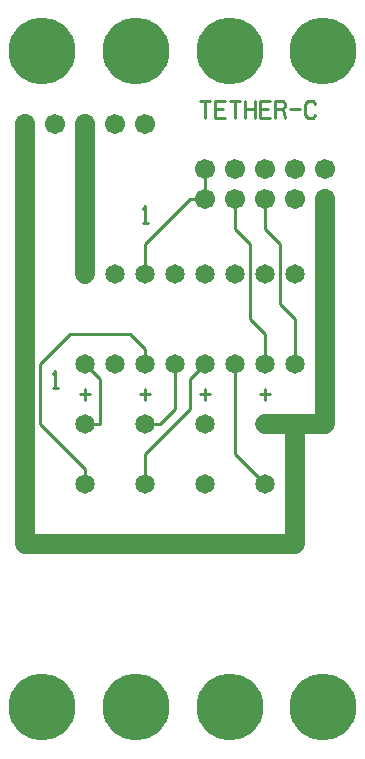
<source format=gtl>
%MOIN*%
%FSLAX25Y25*%
G04 D10 used for Character Trace; *
G04     Circle (OD=.01000) (No hole)*
G04 D11 used for Power Trace; *
G04     Circle (OD=.06700) (No hole)*
G04 D12 used for Signal Trace; *
G04     Circle (OD=.01100) (No hole)*
G04 D13 used for Via; *
G04     Circle (OD=.05800) (Round. Hole ID=.02800)*
G04 D14 used for Component hole; *
G04     Circle (OD=.06500) (Round. Hole ID=.03500)*
G04 D15 used for Component hole; *
G04     Circle (OD=.06700) (Round. Hole ID=.04300)*
G04 D16 used for Component hole; *
G04     Circle (OD=.08100) (Round. Hole ID=.05100)*
G04 D17 used for Component hole; *
G04     Circle (OD=.08900) (Round. Hole ID=.05900)*
G04 D18 used for Component hole; *
G04     Circle (OD=.11300) (Round. Hole ID=.08300)*
G04 D19 used for Component hole; *
G04     Circle (OD=.16000) (Round. Hole ID=.13000)*
G04 D20 used for Component hole; *
G04     Circle (OD=.18300) (Round. Hole ID=.15300)*
G04 D21 used for Component hole; *
G04     Circle (OD=.22291) (Round. Hole ID=.19291)*
%ADD10C,.01000*%
%ADD11C,.06700*%
%ADD12C,.01100*%
%ADD13C,.05800*%
%ADD14C,.06500*%
%ADD15C,.06700*%
%ADD16C,.08100*%
%ADD17C,.08900*%
%ADD18C,.11300*%
%ADD19C,.16000*%
%ADD20C,.18300*%
%ADD21C,.22291*%
%IPPOS*%
%LPD*%
G90*X0Y0D02*D21*X15625Y15625D03*X46875D03*D11*    
X10000Y70000D02*X100000D01*Y110000D01*X90000D01*  
D14*D03*D12*Y90000D02*X80000Y100000D01*D14*       
X90000Y90000D03*D12*X80000Y100000D02*Y130000D01*  
D14*D03*D10*X88326Y120000D02*X91674D01*           
X90000Y121914D02*Y118086D01*D12*Y130000D02*       
Y140000D01*D14*Y130000D03*X100000D03*D12*         
Y145000D01*X95000Y150000D01*Y170000D01*           
X90000Y175000D01*Y185000D01*D15*D03*              
X100000Y195000D03*X80000D03*D12*X85000Y170000D02* 
X80000Y175000D01*X85000Y145000D02*Y170000D01*     
X90000Y140000D02*X85000Y145000D01*D14*            
X70000Y160000D03*D10*X68326Y120000D02*X71674D01*  
X70000Y121914D02*Y118086D01*D14*X100000Y160000D03*
X90000D03*X80000D03*X70000Y130000D03*D12*         
X65000Y125000D01*Y115000D01*X50000Y100000D01*     
Y90000D01*D14*D03*X70000Y110000D03*X30000D03*D12* 
X35000D01*Y125000D01*X30000Y130000D01*D14*D03*    
X40000D03*D10*X28326Y120000D02*X31674D01*         
X30000Y121914D02*Y118086D01*D12*X15000Y130000D02* 
X25000Y140000D01*X15000Y110000D02*Y130000D01*     
X30000Y95000D02*X15000Y110000D01*X30000Y90000D02* 
Y95000D01*D14*Y90000D03*X50000Y110000D03*D12*     
X55000D01*X60000Y115000D01*Y130000D01*D14*D03*D10*
X48326Y120000D02*X51674D01*X50000Y121914D02*      
Y118086D01*D12*Y130000D02*Y135000D01*D14*         
Y130000D03*D12*Y135000D02*X45000Y140000D01*       
X25000D01*D10*X19163Y126914D02*X20000Y127871D01*  
Y122129D01*X19163D02*X20837D01*D14*               
X40000Y160000D03*X30000D03*D11*Y180000D01*D14*D03*
D11*Y210000D01*D15*D03*X40000D03*X20000D03*       
X50000D03*X10000D03*D11*Y180000D01*D14*D03*D11*   
Y70000D01*D14*X70000Y90000D03*D21*X78125Y15625D03*
D14*X60000Y160000D03*X50000D03*D12*Y170000D01*    
X65000Y185000D01*X70000D01*D15*D03*D12*Y195000D01*
D15*D03*X80000Y185000D03*D12*Y175000D01*D15*      
X90000Y195000D03*X100000Y185000D03*D10*           
X49163Y181914D02*X50000Y182871D01*Y177129D01*     
X49163D02*X50837D01*D15*X110000Y185000D03*D11*    
Y110000D01*X100000D01*D15*X110000Y195000D03*D21*  
X109375Y15625D03*D10*X70000Y212129D02*Y217871D01* 
X68326D02*X71674D01*X76674Y212129D02*X73326D01*   
Y217871D01*X76674D01*X73326Y215000D02*X75837D01*  
X80000Y212129D02*Y217871D01*X78326D02*X81674D01*  
X83326Y212129D02*Y217871D01*X86674Y212129D02*     
Y217871D01*X83326Y215000D02*X86674D01*            
X91674Y212129D02*X88326D01*Y217871D01*X91674D01*  
X88326Y215000D02*X90837D01*X93326Y212129D02*      
Y217871D01*X95837D01*X96674Y216914D01*Y215957D01* 
X95837Y215000D01*X93326D01*X95837D02*             
X96674Y212129D01*X98326Y215000D02*X101674D01*     
X106674Y213086D02*X105837Y212129D01*X104163D01*   
X103326Y213086D01*Y216914D01*X104163Y217871D01*   
X105837D01*X106674Y216914D01*D21*                 
X109375Y234375D03*X78125D03*X46875D03*X15625D03*  
M02*                                              

</source>
